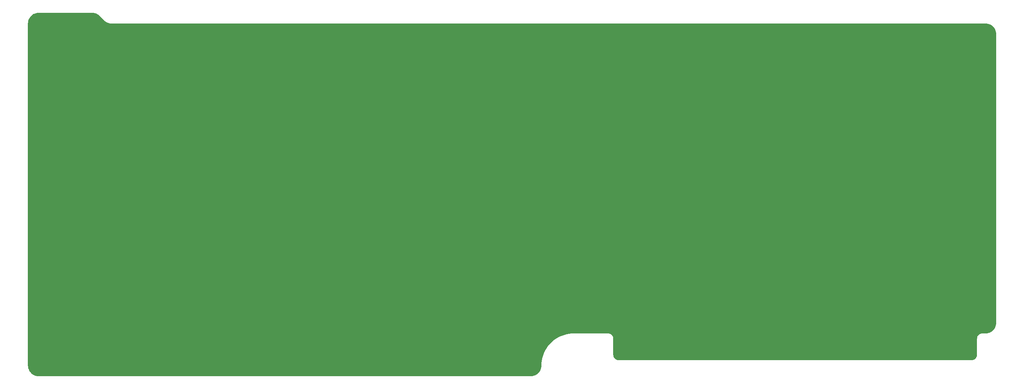
<source format=gbr>
%TF.GenerationSoftware,KiCad,Pcbnew,7.0.5*%
%TF.CreationDate,2024-11-17T15:27:36-05:00*%
%TF.ProjectId,93c76_revision_two,39336337-365f-4726-9576-6973696f6e5f,rev?*%
%TF.SameCoordinates,Original*%
%TF.FileFunction,Soldermask,Bot*%
%TF.FilePolarity,Negative*%
%FSLAX46Y46*%
G04 Gerber Fmt 4.6, Leading zero omitted, Abs format (unit mm)*
G04 Created by KiCad (PCBNEW 7.0.5) date 2024-11-17 15:27:36*
%MOMM*%
%LPD*%
G01*
G04 APERTURE LIST*
%ADD10R,1.700000X1.700000*%
%ADD11O,1.700000X1.700000*%
%ADD12C,1.600000*%
%ADD13C,1.400000*%
%ADD14O,1.400000X1.400000*%
%ADD15R,1.600000X1.600000*%
%ADD16O,1.600000X1.600000*%
%ADD17R,1.070000X1.800000*%
%ADD18O,1.070000X1.800000*%
%ADD19C,4.000000*%
%ADD20R,1.524000X2.524000*%
%ADD21O,1.524000X2.524000*%
G04 APERTURE END LIST*
D10*
%TO.C,JCol4*%
X177800000Y-30480000D03*
D11*
X177800000Y-33020000D03*
X177800000Y-35560000D03*
X177800000Y-38100000D03*
X177800000Y-40640000D03*
X177800000Y-43180000D03*
X177800000Y-45720000D03*
X177800000Y-48260000D03*
X177800000Y-50800000D03*
X177800000Y-53340000D03*
X177800000Y-55880000D03*
X177800000Y-58420000D03*
X177800000Y-60960000D03*
X177800000Y-63500000D03*
X177800000Y-66040000D03*
X177800000Y-68580000D03*
X177800000Y-71120000D03*
X177800000Y-73660000D03*
X177800000Y-76200000D03*
X177800000Y-78740000D03*
X177800000Y-81280000D03*
X177800000Y-83820000D03*
X177800000Y-86360000D03*
X177800000Y-88900000D03*
X177800000Y-91440000D03*
%TD*%
D10*
%TO.C,J6*%
X50800000Y-27940000D03*
D11*
X50800000Y-30480000D03*
X50800000Y-33020000D03*
X50800000Y-35560000D03*
X50800000Y-38100000D03*
X50800000Y-40640000D03*
%TD*%
D12*
%TO.C,C5*%
X43180000Y-55840000D03*
X43180000Y-53340000D03*
%TD*%
%TO.C,C2*%
X88900000Y-60960000D03*
X88900000Y-58460000D03*
%TD*%
D10*
%TO.C,JCol7*%
X185420000Y-30480000D03*
D11*
X185420000Y-33020000D03*
X185420000Y-35560000D03*
X185420000Y-38100000D03*
X185420000Y-40640000D03*
X185420000Y-43180000D03*
X185420000Y-45720000D03*
X185420000Y-48260000D03*
X185420000Y-50800000D03*
X185420000Y-53340000D03*
X185420000Y-55880000D03*
X185420000Y-58420000D03*
X185420000Y-60960000D03*
X185420000Y-63500000D03*
X185420000Y-66040000D03*
X185420000Y-68580000D03*
X185420000Y-71120000D03*
X185420000Y-73660000D03*
X185420000Y-76200000D03*
X185420000Y-78740000D03*
X185420000Y-81280000D03*
X185420000Y-83820000D03*
X185420000Y-86360000D03*
X185420000Y-88900000D03*
X185420000Y-91440000D03*
%TD*%
D10*
%TO.C,J17*%
X154940000Y-27940000D03*
D11*
X157480000Y-27940000D03*
X160020000Y-27940000D03*
X162560000Y-27940000D03*
X165100000Y-27940000D03*
X167640000Y-27940000D03*
X170180000Y-27940000D03*
X172720000Y-27940000D03*
X175260000Y-27940000D03*
X177800000Y-27940000D03*
X180340000Y-27940000D03*
X182880000Y-27940000D03*
X185420000Y-27940000D03*
X187960000Y-27940000D03*
X190500000Y-27940000D03*
%TD*%
D10*
%TO.C,J22*%
X137160000Y-43180000D03*
D11*
X137160000Y-45720000D03*
X137160000Y-48260000D03*
%TD*%
D10*
%TO.C,JCol6*%
X223520000Y-30480000D03*
D11*
X223520000Y-33020000D03*
X223520000Y-35560000D03*
X223520000Y-38100000D03*
X223520000Y-40640000D03*
X223520000Y-43180000D03*
X223520000Y-45720000D03*
X223520000Y-48260000D03*
X223520000Y-50800000D03*
X223520000Y-53340000D03*
X223520000Y-55880000D03*
X223520000Y-58420000D03*
X223520000Y-60960000D03*
X223520000Y-63500000D03*
X223520000Y-66040000D03*
X223520000Y-68580000D03*
X223520000Y-71120000D03*
X223520000Y-73660000D03*
X223520000Y-76200000D03*
X223520000Y-78740000D03*
X223520000Y-81280000D03*
X223520000Y-83820000D03*
X223520000Y-86360000D03*
X223520000Y-88900000D03*
X223520000Y-91440000D03*
%TD*%
D13*
%TO.C,r9*%
X66040000Y-33020000D03*
D14*
X66040000Y-40640000D03*
%TD*%
D15*
%TO.C,U4*%
X45720000Y-48260000D03*
D16*
X45720000Y-50800000D03*
X45720000Y-53340000D03*
X45720000Y-55880000D03*
X53340000Y-55880000D03*
X53340000Y-53340000D03*
X53340000Y-50800000D03*
X53340000Y-48260000D03*
%TD*%
D13*
%TO.C,r16*%
X68580000Y-33020000D03*
D14*
X68580000Y-40640000D03*
%TD*%
D17*
%TO.C,D6*%
X108543009Y-91440000D03*
D18*
X109813009Y-91440000D03*
X111083009Y-91440000D03*
X112353009Y-91440000D03*
%TD*%
D10*
%TO.C,J8*%
X88900000Y-99060000D03*
D11*
X91440000Y-99060000D03*
X93980000Y-99060000D03*
%TD*%
D13*
%TO.C,r3*%
X88900000Y-71120000D03*
D14*
X88900000Y-63500000D03*
%TD*%
D12*
%TO.C,C9*%
X83820000Y-35560000D03*
X83820000Y-33060000D03*
%TD*%
D15*
%TO.C,U18*%
X86360000Y-93980000D03*
D16*
X88900000Y-93980000D03*
X91440000Y-93980000D03*
X93980000Y-93980000D03*
X96520000Y-93980000D03*
X99060000Y-93980000D03*
X101600000Y-93980000D03*
X104140000Y-93980000D03*
X104140000Y-86360000D03*
X101600000Y-86360000D03*
X99060000Y-86360000D03*
X96520000Y-86360000D03*
X93980000Y-86360000D03*
X91440000Y-86360000D03*
X88900000Y-86360000D03*
X86360000Y-86360000D03*
%TD*%
D13*
%TO.C,SW2*%
X146050000Y-80010000D03*
D14*
X151130000Y-80010000D03*
%TD*%
D12*
%TO.C,C7*%
X68620000Y-30480000D03*
X71120000Y-30480000D03*
%TD*%
D10*
%TO.C,JCol8*%
X248920000Y-30480000D03*
D11*
X248920000Y-33020000D03*
X248920000Y-35560000D03*
X248920000Y-38100000D03*
X248920000Y-40640000D03*
X248920000Y-43180000D03*
X248920000Y-45720000D03*
X248920000Y-48260000D03*
X248920000Y-50800000D03*
X248920000Y-53340000D03*
X248920000Y-55880000D03*
X248920000Y-58420000D03*
X248920000Y-60960000D03*
X248920000Y-63500000D03*
X248920000Y-66040000D03*
X248920000Y-68580000D03*
X248920000Y-71120000D03*
X248920000Y-73660000D03*
X248920000Y-76200000D03*
X248920000Y-78740000D03*
X248920000Y-81280000D03*
X248920000Y-83820000D03*
X248920000Y-86360000D03*
X248920000Y-88900000D03*
X248920000Y-91440000D03*
%TD*%
D10*
%TO.C,JCol6*%
X243840000Y-30480000D03*
D11*
X243840000Y-33020000D03*
X243840000Y-35560000D03*
X243840000Y-38100000D03*
X243840000Y-40640000D03*
X243840000Y-43180000D03*
X243840000Y-45720000D03*
X243840000Y-48260000D03*
X243840000Y-50800000D03*
X243840000Y-53340000D03*
X243840000Y-55880000D03*
X243840000Y-58420000D03*
X243840000Y-60960000D03*
X243840000Y-63500000D03*
X243840000Y-66040000D03*
X243840000Y-68580000D03*
X243840000Y-71120000D03*
X243840000Y-73660000D03*
X243840000Y-76200000D03*
X243840000Y-78740000D03*
X243840000Y-81280000D03*
X243840000Y-83820000D03*
X243840000Y-86360000D03*
X243840000Y-88900000D03*
X243840000Y-91440000D03*
%TD*%
D13*
%TO.C,SW3*%
X146050000Y-74930000D03*
D14*
X151130000Y-74930000D03*
%TD*%
D10*
%TO.C,JCol5*%
X241300000Y-30480000D03*
D11*
X241300000Y-33020000D03*
X241300000Y-35560000D03*
X241300000Y-38100000D03*
X241300000Y-40640000D03*
X241300000Y-43180000D03*
X241300000Y-45720000D03*
X241300000Y-48260000D03*
X241300000Y-50800000D03*
X241300000Y-53340000D03*
X241300000Y-55880000D03*
X241300000Y-58420000D03*
X241300000Y-60960000D03*
X241300000Y-63500000D03*
X241300000Y-66040000D03*
X241300000Y-68580000D03*
X241300000Y-71120000D03*
X241300000Y-73660000D03*
X241300000Y-76200000D03*
X241300000Y-78740000D03*
X241300000Y-81280000D03*
X241300000Y-83820000D03*
X241300000Y-86360000D03*
X241300000Y-88900000D03*
X241300000Y-91440000D03*
%TD*%
D10*
%TO.C,JCol7*%
X165100000Y-30480000D03*
D11*
X165100000Y-33020000D03*
X165100000Y-35560000D03*
X165100000Y-38100000D03*
X165100000Y-40640000D03*
X165100000Y-43180000D03*
X165100000Y-45720000D03*
X165100000Y-48260000D03*
X165100000Y-50800000D03*
X165100000Y-53340000D03*
X165100000Y-55880000D03*
X165100000Y-58420000D03*
X165100000Y-60960000D03*
X165100000Y-63500000D03*
X165100000Y-66040000D03*
X165100000Y-68580000D03*
X165100000Y-71120000D03*
X165100000Y-73660000D03*
X165100000Y-76200000D03*
X165100000Y-78740000D03*
X165100000Y-81280000D03*
X165100000Y-83820000D03*
X165100000Y-86360000D03*
X165100000Y-88900000D03*
X165100000Y-91440000D03*
%TD*%
D10*
%TO.C,JCol10*%
X233680000Y-30480000D03*
D11*
X233680000Y-33020000D03*
X233680000Y-35560000D03*
X233680000Y-38100000D03*
X233680000Y-40640000D03*
X233680000Y-43180000D03*
X233680000Y-45720000D03*
X233680000Y-48260000D03*
X233680000Y-50800000D03*
X233680000Y-53340000D03*
X233680000Y-55880000D03*
X233680000Y-58420000D03*
X233680000Y-60960000D03*
X233680000Y-63500000D03*
X233680000Y-66040000D03*
X233680000Y-68580000D03*
X233680000Y-71120000D03*
X233680000Y-73660000D03*
X233680000Y-76200000D03*
X233680000Y-78740000D03*
X233680000Y-81280000D03*
X233680000Y-83820000D03*
X233680000Y-86360000D03*
X233680000Y-88900000D03*
X233680000Y-91440000D03*
%TD*%
D19*
%TO.C,J15*%
X35760331Y-53080000D03*
X35760331Y-78080000D03*
D15*
X36060331Y-71120000D03*
D12*
X36060331Y-68350000D03*
X36060331Y-65580000D03*
X36060331Y-62810000D03*
X36060331Y-60040000D03*
X33220331Y-69735000D03*
X33220331Y-66965000D03*
X33220331Y-64195000D03*
X33220331Y-61425000D03*
%TD*%
D10*
%TO.C,JCol1*%
X254000000Y-25400000D03*
D11*
X251460000Y-25400000D03*
X248920000Y-25400000D03*
X246380000Y-25400000D03*
X243840000Y-25400000D03*
X241300000Y-25400000D03*
X238760000Y-25400000D03*
X236220000Y-25400000D03*
X233680000Y-25400000D03*
X231140000Y-25400000D03*
X228600000Y-25400000D03*
X226060000Y-25400000D03*
X223520000Y-25400000D03*
X220980000Y-25400000D03*
X218440000Y-25400000D03*
X215900000Y-25400000D03*
X213360000Y-25400000D03*
X210820000Y-25400000D03*
X208280000Y-25400000D03*
X205740000Y-25400000D03*
X203200000Y-25400000D03*
X200660000Y-25400000D03*
X198120000Y-25400000D03*
X195580000Y-25400000D03*
X193040000Y-25400000D03*
%TD*%
D10*
%TO.C,JCol3*%
X236220000Y-30480000D03*
D11*
X236220000Y-33020000D03*
X236220000Y-35560000D03*
X236220000Y-38100000D03*
X236220000Y-40640000D03*
X236220000Y-43180000D03*
X236220000Y-45720000D03*
X236220000Y-48260000D03*
X236220000Y-50800000D03*
X236220000Y-53340000D03*
X236220000Y-55880000D03*
X236220000Y-58420000D03*
X236220000Y-60960000D03*
X236220000Y-63500000D03*
X236220000Y-66040000D03*
X236220000Y-68580000D03*
X236220000Y-71120000D03*
X236220000Y-73660000D03*
X236220000Y-76200000D03*
X236220000Y-78740000D03*
X236220000Y-81280000D03*
X236220000Y-83820000D03*
X236220000Y-86360000D03*
X236220000Y-88900000D03*
X236220000Y-91440000D03*
%TD*%
D15*
%TO.C,U5*%
X119380000Y-81280000D03*
D16*
X121920000Y-81280000D03*
X124460000Y-81280000D03*
X127000000Y-81280000D03*
X129540000Y-81280000D03*
X132080000Y-81280000D03*
X134620000Y-81280000D03*
X137160000Y-81280000D03*
X139700000Y-81280000D03*
X142240000Y-81280000D03*
X142240000Y-73660000D03*
X139700000Y-73660000D03*
X137160000Y-73660000D03*
X134620000Y-73660000D03*
X132080000Y-73660000D03*
X129540000Y-73660000D03*
X127000000Y-73660000D03*
X124460000Y-73660000D03*
X121920000Y-73660000D03*
X119380000Y-73660000D03*
%TD*%
D15*
%TO.C,U17*%
X139700000Y-30480000D03*
D16*
X139700000Y-33020000D03*
X139700000Y-35560000D03*
X139700000Y-38100000D03*
X139700000Y-40640000D03*
X139700000Y-43180000D03*
X139700000Y-45720000D03*
X139700000Y-48260000D03*
X147320000Y-48260000D03*
X147320000Y-45720000D03*
X147320000Y-43180000D03*
X147320000Y-40640000D03*
X147320000Y-38100000D03*
X147320000Y-35560000D03*
X147320000Y-33020000D03*
X147320000Y-30480000D03*
%TD*%
D10*
%TO.C,JCol4*%
X238760000Y-30480000D03*
D11*
X238760000Y-33020000D03*
X238760000Y-35560000D03*
X238760000Y-38100000D03*
X238760000Y-40640000D03*
X238760000Y-43180000D03*
X238760000Y-45720000D03*
X238760000Y-48260000D03*
X238760000Y-50800000D03*
X238760000Y-53340000D03*
X238760000Y-55880000D03*
X238760000Y-58420000D03*
X238760000Y-60960000D03*
X238760000Y-63500000D03*
X238760000Y-66040000D03*
X238760000Y-68580000D03*
X238760000Y-71120000D03*
X238760000Y-73660000D03*
X238760000Y-76200000D03*
X238760000Y-78740000D03*
X238760000Y-81280000D03*
X238760000Y-83820000D03*
X238760000Y-86360000D03*
X238760000Y-88900000D03*
X238760000Y-91440000D03*
%TD*%
D10*
%TO.C,J27*%
X134620000Y-43180000D03*
D11*
X134620000Y-45720000D03*
X134620000Y-48260000D03*
%TD*%
D10*
%TO.C,JCol4*%
X198120000Y-30480000D03*
D11*
X198120000Y-33020000D03*
X198120000Y-35560000D03*
X198120000Y-38100000D03*
X198120000Y-40640000D03*
X198120000Y-43180000D03*
X198120000Y-45720000D03*
X198120000Y-48260000D03*
X198120000Y-50800000D03*
X198120000Y-53340000D03*
X198120000Y-55880000D03*
X198120000Y-58420000D03*
X198120000Y-60960000D03*
X198120000Y-63500000D03*
X198120000Y-66040000D03*
X198120000Y-68580000D03*
X198120000Y-71120000D03*
X198120000Y-73660000D03*
X198120000Y-76200000D03*
X198120000Y-78740000D03*
X198120000Y-81280000D03*
X198120000Y-83820000D03*
X198120000Y-86360000D03*
X198120000Y-88900000D03*
X198120000Y-91440000D03*
%TD*%
D10*
%TO.C,J11*%
X106680000Y-83820000D03*
D11*
X104140000Y-83820000D03*
X101600000Y-83820000D03*
X99060000Y-83820000D03*
%TD*%
D12*
%TO.C,C10*%
X66040000Y-43220000D03*
X66040000Y-45720000D03*
%TD*%
D10*
%TO.C,JCol10*%
X193040000Y-30480000D03*
D11*
X193040000Y-33020000D03*
X193040000Y-35560000D03*
X193040000Y-38100000D03*
X193040000Y-40640000D03*
X193040000Y-43180000D03*
X193040000Y-45720000D03*
X193040000Y-48260000D03*
X193040000Y-50800000D03*
X193040000Y-53340000D03*
X193040000Y-55880000D03*
X193040000Y-58420000D03*
X193040000Y-60960000D03*
X193040000Y-63500000D03*
X193040000Y-66040000D03*
X193040000Y-68580000D03*
X193040000Y-71120000D03*
X193040000Y-73660000D03*
X193040000Y-76200000D03*
X193040000Y-78740000D03*
X193040000Y-81280000D03*
X193040000Y-83820000D03*
X193040000Y-86360000D03*
X193040000Y-88900000D03*
X193040000Y-91440000D03*
%TD*%
D13*
%TO.C,r17*%
X68580000Y-48260000D03*
D14*
X68580000Y-55880000D03*
%TD*%
D10*
%TO.C,JCol9*%
X170180000Y-30480000D03*
D11*
X170180000Y-33020000D03*
X170180000Y-35560000D03*
X170180000Y-38100000D03*
X170180000Y-40640000D03*
X170180000Y-43180000D03*
X170180000Y-45720000D03*
X170180000Y-48260000D03*
X170180000Y-50800000D03*
X170180000Y-53340000D03*
X170180000Y-55880000D03*
X170180000Y-58420000D03*
X170180000Y-60960000D03*
X170180000Y-63500000D03*
X170180000Y-66040000D03*
X170180000Y-68580000D03*
X170180000Y-71120000D03*
X170180000Y-73660000D03*
X170180000Y-76200000D03*
X170180000Y-78740000D03*
X170180000Y-81280000D03*
X170180000Y-83820000D03*
X170180000Y-86360000D03*
X170180000Y-88900000D03*
X170180000Y-91440000D03*
%TD*%
D10*
%TO.C,JCol9*%
X210820000Y-30480000D03*
D11*
X210820000Y-33020000D03*
X210820000Y-35560000D03*
X210820000Y-38100000D03*
X210820000Y-40640000D03*
X210820000Y-43180000D03*
X210820000Y-45720000D03*
X210820000Y-48260000D03*
X210820000Y-50800000D03*
X210820000Y-53340000D03*
X210820000Y-55880000D03*
X210820000Y-58420000D03*
X210820000Y-60960000D03*
X210820000Y-63500000D03*
X210820000Y-66040000D03*
X210820000Y-68580000D03*
X210820000Y-71120000D03*
X210820000Y-73660000D03*
X210820000Y-76200000D03*
X210820000Y-78740000D03*
X210820000Y-81280000D03*
X210820000Y-83820000D03*
X210820000Y-86360000D03*
X210820000Y-88900000D03*
X210820000Y-91440000D03*
%TD*%
D15*
%TO.C,U14*%
X132080000Y-68580000D03*
D16*
X132080000Y-66040000D03*
X132080000Y-63500000D03*
X132080000Y-60960000D03*
X132080000Y-58420000D03*
X132080000Y-55880000D03*
X132080000Y-53340000D03*
X124460000Y-53340000D03*
X124460000Y-55880000D03*
X124460000Y-58420000D03*
X124460000Y-60960000D03*
X124460000Y-63500000D03*
X124460000Y-66040000D03*
X124460000Y-68580000D03*
%TD*%
D20*
%TO.C,U23*%
X58420000Y-78740000D03*
D21*
X60960000Y-78740000D03*
X63500000Y-78740000D03*
X66040000Y-78740000D03*
X68580000Y-78740000D03*
X68580000Y-63500000D03*
X66040000Y-63500000D03*
X63500000Y-63500000D03*
X60960000Y-63500000D03*
X58420000Y-63500000D03*
%TD*%
D10*
%TO.C,JCol3*%
X154940000Y-30480000D03*
D11*
X154940000Y-33020000D03*
X154940000Y-35560000D03*
X154940000Y-38100000D03*
X154940000Y-40640000D03*
X154940000Y-43180000D03*
X154940000Y-45720000D03*
X154940000Y-48260000D03*
X154940000Y-50800000D03*
X154940000Y-53340000D03*
X154940000Y-55880000D03*
X154940000Y-58420000D03*
X154940000Y-60960000D03*
X154940000Y-63500000D03*
X154940000Y-66040000D03*
X154940000Y-68580000D03*
X154940000Y-71120000D03*
X154940000Y-73660000D03*
X154940000Y-76200000D03*
X154940000Y-78740000D03*
X154940000Y-81280000D03*
X154940000Y-83820000D03*
X154940000Y-86360000D03*
X154940000Y-88900000D03*
X154940000Y-91440000D03*
%TD*%
D10*
%TO.C,J21*%
X137160000Y-35560000D03*
D11*
X137160000Y-33020000D03*
X137160000Y-30480000D03*
%TD*%
D10*
%TO.C,JCol3*%
X195580000Y-30480000D03*
D11*
X195580000Y-33020000D03*
X195580000Y-35560000D03*
X195580000Y-38100000D03*
X195580000Y-40640000D03*
X195580000Y-43180000D03*
X195580000Y-45720000D03*
X195580000Y-48260000D03*
X195580000Y-50800000D03*
X195580000Y-53340000D03*
X195580000Y-55880000D03*
X195580000Y-58420000D03*
X195580000Y-60960000D03*
X195580000Y-63500000D03*
X195580000Y-66040000D03*
X195580000Y-68580000D03*
X195580000Y-71120000D03*
X195580000Y-73660000D03*
X195580000Y-76200000D03*
X195580000Y-78740000D03*
X195580000Y-81280000D03*
X195580000Y-83820000D03*
X195580000Y-86360000D03*
X195580000Y-88900000D03*
X195580000Y-91440000D03*
%TD*%
D10*
%TO.C,JCol6*%
X162560000Y-30480000D03*
D11*
X162560000Y-33020000D03*
X162560000Y-35560000D03*
X162560000Y-38100000D03*
X162560000Y-40640000D03*
X162560000Y-43180000D03*
X162560000Y-45720000D03*
X162560000Y-48260000D03*
X162560000Y-50800000D03*
X162560000Y-53340000D03*
X162560000Y-55880000D03*
X162560000Y-58420000D03*
X162560000Y-60960000D03*
X162560000Y-63500000D03*
X162560000Y-66040000D03*
X162560000Y-68580000D03*
X162560000Y-71120000D03*
X162560000Y-73660000D03*
X162560000Y-76200000D03*
X162560000Y-78740000D03*
X162560000Y-81280000D03*
X162560000Y-83820000D03*
X162560000Y-86360000D03*
X162560000Y-88900000D03*
X162560000Y-91440000D03*
%TD*%
D10*
%TO.C,J18*%
X110490000Y-83820000D03*
D11*
X110490000Y-81280000D03*
X110490000Y-78740000D03*
X110490000Y-76200000D03*
%TD*%
D13*
%TO.C,SW1*%
X146050000Y-85090000D03*
D14*
X151130000Y-85090000D03*
%TD*%
D10*
%TO.C,J29*%
X81280000Y-83820000D03*
D11*
X78740000Y-83820000D03*
X76200000Y-83820000D03*
X73660000Y-83820000D03*
X71120000Y-83820000D03*
X68580000Y-83820000D03*
X66040000Y-83820000D03*
X63500000Y-83820000D03*
%TD*%
D15*
%TO.C,U12*%
X139700000Y-53340000D03*
D16*
X139700000Y-55880000D03*
X139700000Y-58420000D03*
X139700000Y-60960000D03*
X139700000Y-63500000D03*
X139700000Y-66040000D03*
X139700000Y-68580000D03*
X147320000Y-68580000D03*
X147320000Y-66040000D03*
X147320000Y-63500000D03*
X147320000Y-60960000D03*
X147320000Y-58420000D03*
X147320000Y-55880000D03*
X147320000Y-53340000D03*
%TD*%
D10*
%TO.C,J23*%
X149860000Y-43180000D03*
D11*
X149860000Y-45720000D03*
X149860000Y-48260000D03*
%TD*%
D15*
%TO.C,U20*%
X93980000Y-50800000D03*
D16*
X93980000Y-53340000D03*
X93980000Y-55880000D03*
X93980000Y-58420000D03*
X93980000Y-60960000D03*
X93980000Y-63500000D03*
X93980000Y-66040000D03*
X93980000Y-68580000D03*
X93980000Y-71120000D03*
X93980000Y-73660000D03*
X101600000Y-73660000D03*
X101600000Y-71120000D03*
X101600000Y-68580000D03*
X101600000Y-66040000D03*
X101600000Y-63500000D03*
X101600000Y-60960000D03*
X101600000Y-58420000D03*
X101600000Y-55880000D03*
X101600000Y-53340000D03*
X101600000Y-50800000D03*
%TD*%
D10*
%TO.C,JCol7*%
X226060000Y-30480000D03*
D11*
X226060000Y-33020000D03*
X226060000Y-35560000D03*
X226060000Y-38100000D03*
X226060000Y-40640000D03*
X226060000Y-43180000D03*
X226060000Y-45720000D03*
X226060000Y-48260000D03*
X226060000Y-50800000D03*
X226060000Y-53340000D03*
X226060000Y-55880000D03*
X226060000Y-58420000D03*
X226060000Y-60960000D03*
X226060000Y-63500000D03*
X226060000Y-66040000D03*
X226060000Y-68580000D03*
X226060000Y-71120000D03*
X226060000Y-73660000D03*
X226060000Y-76200000D03*
X226060000Y-78740000D03*
X226060000Y-81280000D03*
X226060000Y-83820000D03*
X226060000Y-86360000D03*
X226060000Y-88900000D03*
X226060000Y-91440000D03*
%TD*%
D10*
%TO.C,J19*%
X113030000Y-83820000D03*
D11*
X113030000Y-81280000D03*
X113030000Y-78740000D03*
X113030000Y-76200000D03*
%TD*%
D10*
%TO.C,JCol5*%
X220980000Y-30480000D03*
D11*
X220980000Y-33020000D03*
X220980000Y-35560000D03*
X220980000Y-38100000D03*
X220980000Y-40640000D03*
X220980000Y-43180000D03*
X220980000Y-45720000D03*
X220980000Y-48260000D03*
X220980000Y-50800000D03*
X220980000Y-53340000D03*
X220980000Y-55880000D03*
X220980000Y-58420000D03*
X220980000Y-60960000D03*
X220980000Y-63500000D03*
X220980000Y-66040000D03*
X220980000Y-68580000D03*
X220980000Y-71120000D03*
X220980000Y-73660000D03*
X220980000Y-76200000D03*
X220980000Y-78740000D03*
X220980000Y-81280000D03*
X220980000Y-83820000D03*
X220980000Y-86360000D03*
X220980000Y-88900000D03*
X220980000Y-91440000D03*
%TD*%
D12*
%TO.C,C12*%
X71120000Y-43220000D03*
X71120000Y-45720000D03*
%TD*%
D15*
%TO.C,U21*%
X45720000Y-60960000D03*
D16*
X45720000Y-63500000D03*
X45720000Y-66040000D03*
X45720000Y-68580000D03*
X45720000Y-71120000D03*
X45720000Y-73660000D03*
X45720000Y-76200000D03*
X45720000Y-78740000D03*
X53340000Y-78740000D03*
X53340000Y-76200000D03*
X53340000Y-73660000D03*
X53340000Y-71120000D03*
X53340000Y-68580000D03*
X53340000Y-66040000D03*
X53340000Y-63500000D03*
X53340000Y-60960000D03*
%TD*%
D13*
%TO.C,r6*%
X58420000Y-55880000D03*
D14*
X58420000Y-48260000D03*
%TD*%
D12*
%TO.C,C11*%
X68580000Y-43180000D03*
X68580000Y-45680000D03*
%TD*%
D15*
%TO.C,U15*%
X109220000Y-50800000D03*
D16*
X109220000Y-53340000D03*
X109220000Y-55880000D03*
X109220000Y-58420000D03*
X109220000Y-60960000D03*
X109220000Y-63500000D03*
X109220000Y-66040000D03*
X109220000Y-68580000D03*
X116840000Y-68580000D03*
X116840000Y-66040000D03*
X116840000Y-63500000D03*
X116840000Y-60960000D03*
X116840000Y-58420000D03*
X116840000Y-55880000D03*
X116840000Y-53340000D03*
X116840000Y-50800000D03*
%TD*%
D12*
%TO.C,C14*%
X83820000Y-60960000D03*
X83820000Y-58460000D03*
%TD*%
D10*
%TO.C,J12*%
X96520000Y-81280000D03*
D11*
X93980000Y-81280000D03*
X91440000Y-81280000D03*
X88900000Y-81280000D03*
%TD*%
D15*
%TO.C,U16*%
X119380000Y-93980000D03*
D16*
X121920000Y-93980000D03*
X124460000Y-93980000D03*
X127000000Y-93980000D03*
X129540000Y-93980000D03*
X132080000Y-93980000D03*
X134620000Y-93980000D03*
X137160000Y-93980000D03*
X139700000Y-93980000D03*
X142240000Y-93980000D03*
X142240000Y-86360000D03*
X139700000Y-86360000D03*
X137160000Y-86360000D03*
X134620000Y-86360000D03*
X132080000Y-86360000D03*
X129540000Y-86360000D03*
X127000000Y-86360000D03*
X124460000Y-86360000D03*
X121920000Y-86360000D03*
X119380000Y-86360000D03*
%TD*%
D10*
%TO.C,JCol10*%
X213360000Y-30480000D03*
D11*
X213360000Y-33020000D03*
X213360000Y-35560000D03*
X213360000Y-38100000D03*
X213360000Y-40640000D03*
X213360000Y-43180000D03*
X213360000Y-45720000D03*
X213360000Y-48260000D03*
X213360000Y-50800000D03*
X213360000Y-53340000D03*
X213360000Y-55880000D03*
X213360000Y-58420000D03*
X213360000Y-60960000D03*
X213360000Y-63500000D03*
X213360000Y-66040000D03*
X213360000Y-68580000D03*
X213360000Y-71120000D03*
X213360000Y-73660000D03*
X213360000Y-76200000D03*
X213360000Y-78740000D03*
X213360000Y-81280000D03*
X213360000Y-83820000D03*
X213360000Y-86360000D03*
X213360000Y-88900000D03*
X213360000Y-91440000D03*
%TD*%
D10*
%TO.C,J13*%
X106680000Y-81280000D03*
D11*
X104140000Y-81280000D03*
X101600000Y-81280000D03*
X99060000Y-81280000D03*
%TD*%
D10*
%TO.C,JCol4*%
X218440000Y-30480000D03*
D11*
X218440000Y-33020000D03*
X218440000Y-35560000D03*
X218440000Y-38100000D03*
X218440000Y-40640000D03*
X218440000Y-43180000D03*
X218440000Y-45720000D03*
X218440000Y-48260000D03*
X218440000Y-50800000D03*
X218440000Y-53340000D03*
X218440000Y-55880000D03*
X218440000Y-58420000D03*
X218440000Y-60960000D03*
X218440000Y-63500000D03*
X218440000Y-66040000D03*
X218440000Y-68580000D03*
X218440000Y-71120000D03*
X218440000Y-73660000D03*
X218440000Y-76200000D03*
X218440000Y-78740000D03*
X218440000Y-81280000D03*
X218440000Y-83820000D03*
X218440000Y-86360000D03*
X218440000Y-88900000D03*
X218440000Y-91440000D03*
%TD*%
D13*
%TO.C,r7*%
X55880000Y-55880000D03*
D14*
X55880000Y-48260000D03*
%TD*%
D10*
%TO.C,JCol10*%
X172720000Y-30480000D03*
D11*
X172720000Y-33020000D03*
X172720000Y-35560000D03*
X172720000Y-38100000D03*
X172720000Y-40640000D03*
X172720000Y-43180000D03*
X172720000Y-45720000D03*
X172720000Y-48260000D03*
X172720000Y-50800000D03*
X172720000Y-53340000D03*
X172720000Y-55880000D03*
X172720000Y-58420000D03*
X172720000Y-60960000D03*
X172720000Y-63500000D03*
X172720000Y-66040000D03*
X172720000Y-68580000D03*
X172720000Y-71120000D03*
X172720000Y-73660000D03*
X172720000Y-76200000D03*
X172720000Y-78740000D03*
X172720000Y-81280000D03*
X172720000Y-83820000D03*
X172720000Y-86360000D03*
X172720000Y-88900000D03*
X172720000Y-91440000D03*
%TD*%
D10*
%TO.C,JCol9*%
X231140000Y-30480000D03*
D11*
X231140000Y-33020000D03*
X231140000Y-35560000D03*
X231140000Y-38100000D03*
X231140000Y-40640000D03*
X231140000Y-43180000D03*
X231140000Y-45720000D03*
X231140000Y-48260000D03*
X231140000Y-50800000D03*
X231140000Y-53340000D03*
X231140000Y-55880000D03*
X231140000Y-58420000D03*
X231140000Y-60960000D03*
X231140000Y-63500000D03*
X231140000Y-66040000D03*
X231140000Y-68580000D03*
X231140000Y-71120000D03*
X231140000Y-73660000D03*
X231140000Y-76200000D03*
X231140000Y-78740000D03*
X231140000Y-81280000D03*
X231140000Y-83820000D03*
X231140000Y-86360000D03*
X231140000Y-88900000D03*
X231140000Y-91440000D03*
%TD*%
D10*
%TO.C,JCol8*%
X167640000Y-30480000D03*
D11*
X167640000Y-33020000D03*
X167640000Y-35560000D03*
X167640000Y-38100000D03*
X167640000Y-40640000D03*
X167640000Y-43180000D03*
X167640000Y-45720000D03*
X167640000Y-48260000D03*
X167640000Y-50800000D03*
X167640000Y-53340000D03*
X167640000Y-55880000D03*
X167640000Y-58420000D03*
X167640000Y-60960000D03*
X167640000Y-63500000D03*
X167640000Y-66040000D03*
X167640000Y-68580000D03*
X167640000Y-71120000D03*
X167640000Y-73660000D03*
X167640000Y-76200000D03*
X167640000Y-78740000D03*
X167640000Y-81280000D03*
X167640000Y-83820000D03*
X167640000Y-86360000D03*
X167640000Y-88900000D03*
X167640000Y-91440000D03*
%TD*%
D12*
%TO.C,C13*%
X71120000Y-68620000D03*
X71120000Y-71120000D03*
%TD*%
%TO.C,C6*%
X43180000Y-50760000D03*
X43180000Y-48260000D03*
%TD*%
D10*
%TO.C,JCol10*%
X254000000Y-30480000D03*
D11*
X254000000Y-33020000D03*
X254000000Y-35560000D03*
X254000000Y-38100000D03*
X254000000Y-40640000D03*
X254000000Y-43180000D03*
X254000000Y-45720000D03*
X254000000Y-48260000D03*
X254000000Y-50800000D03*
X254000000Y-53340000D03*
X254000000Y-55880000D03*
X254000000Y-58420000D03*
X254000000Y-60960000D03*
X254000000Y-63500000D03*
X254000000Y-66040000D03*
X254000000Y-68580000D03*
X254000000Y-71120000D03*
X254000000Y-73660000D03*
X254000000Y-76200000D03*
X254000000Y-78740000D03*
X254000000Y-81280000D03*
X254000000Y-83820000D03*
X254000000Y-86360000D03*
X254000000Y-88900000D03*
X254000000Y-91440000D03*
%TD*%
D12*
%TO.C,C4*%
X86360000Y-60960000D03*
X86360000Y-58460000D03*
%TD*%
D15*
%TO.C,U11*%
X109220000Y-30480000D03*
D16*
X109220000Y-33020000D03*
X109220000Y-35560000D03*
X109220000Y-38100000D03*
X109220000Y-40640000D03*
X109220000Y-43180000D03*
X109220000Y-45720000D03*
X116840000Y-45720000D03*
X116840000Y-43180000D03*
X116840000Y-40640000D03*
X116840000Y-38100000D03*
X116840000Y-35560000D03*
X116840000Y-33020000D03*
X116840000Y-30480000D03*
%TD*%
D10*
%TO.C,J16*%
X154940000Y-25400000D03*
D11*
X157480000Y-25400000D03*
X160020000Y-25400000D03*
X162560000Y-25400000D03*
X165100000Y-25400000D03*
X167640000Y-25400000D03*
X170180000Y-25400000D03*
X172720000Y-25400000D03*
X175260000Y-25400000D03*
X177800000Y-25400000D03*
X180340000Y-25400000D03*
X182880000Y-25400000D03*
X185420000Y-25400000D03*
X187960000Y-25400000D03*
X190500000Y-25400000D03*
%TD*%
D12*
%TO.C,C1*%
X88900000Y-35520000D03*
X88900000Y-33020000D03*
%TD*%
D10*
%TO.C,JCol3*%
X175260000Y-30480000D03*
D11*
X175260000Y-33020000D03*
X175260000Y-35560000D03*
X175260000Y-38100000D03*
X175260000Y-40640000D03*
X175260000Y-43180000D03*
X175260000Y-45720000D03*
X175260000Y-48260000D03*
X175260000Y-50800000D03*
X175260000Y-53340000D03*
X175260000Y-55880000D03*
X175260000Y-58420000D03*
X175260000Y-60960000D03*
X175260000Y-63500000D03*
X175260000Y-66040000D03*
X175260000Y-68580000D03*
X175260000Y-71120000D03*
X175260000Y-73660000D03*
X175260000Y-76200000D03*
X175260000Y-78740000D03*
X175260000Y-81280000D03*
X175260000Y-83820000D03*
X175260000Y-86360000D03*
X175260000Y-88900000D03*
X175260000Y-91440000D03*
%TD*%
D15*
%TO.C,U22*%
X58420000Y-93980000D03*
D16*
X60960000Y-93980000D03*
X63500000Y-93980000D03*
X66040000Y-93980000D03*
X68580000Y-93980000D03*
X71120000Y-93980000D03*
X73660000Y-93980000D03*
X76200000Y-93980000D03*
X78740000Y-93980000D03*
X81280000Y-93980000D03*
X81280000Y-86360000D03*
X78740000Y-86360000D03*
X76200000Y-86360000D03*
X73660000Y-86360000D03*
X71120000Y-86360000D03*
X68580000Y-86360000D03*
X66040000Y-86360000D03*
X63500000Y-86360000D03*
X60960000Y-86360000D03*
X58420000Y-86360000D03*
%TD*%
D10*
%TO.C,JCol8*%
X208280000Y-30480000D03*
D11*
X208280000Y-33020000D03*
X208280000Y-35560000D03*
X208280000Y-38100000D03*
X208280000Y-40640000D03*
X208280000Y-43180000D03*
X208280000Y-45720000D03*
X208280000Y-48260000D03*
X208280000Y-50800000D03*
X208280000Y-53340000D03*
X208280000Y-55880000D03*
X208280000Y-58420000D03*
X208280000Y-60960000D03*
X208280000Y-63500000D03*
X208280000Y-66040000D03*
X208280000Y-68580000D03*
X208280000Y-71120000D03*
X208280000Y-73660000D03*
X208280000Y-76200000D03*
X208280000Y-78740000D03*
X208280000Y-81280000D03*
X208280000Y-83820000D03*
X208280000Y-86360000D03*
X208280000Y-88900000D03*
X208280000Y-91440000D03*
%TD*%
D13*
%TO.C,r5*%
X86360000Y-71120000D03*
D14*
X86360000Y-63500000D03*
%TD*%
D15*
%TO.C,U2*%
X73660000Y-30480000D03*
D16*
X73660000Y-33020000D03*
X73660000Y-35560000D03*
X73660000Y-38100000D03*
X73660000Y-40640000D03*
X73660000Y-43180000D03*
X73660000Y-45720000D03*
X73660000Y-48260000D03*
X81280000Y-48260000D03*
X81280000Y-45720000D03*
X81280000Y-43180000D03*
X81280000Y-40640000D03*
X81280000Y-38100000D03*
X81280000Y-35560000D03*
X81280000Y-33020000D03*
X81280000Y-30480000D03*
%TD*%
D13*
%TO.C,r15*%
X70972000Y-40640000D03*
D14*
X70972000Y-33020000D03*
%TD*%
D15*
%TO.C,U19*%
X93980000Y-30480000D03*
D16*
X93980000Y-33020000D03*
X93980000Y-35560000D03*
X93980000Y-38100000D03*
X93980000Y-40640000D03*
X93980000Y-43180000D03*
X93980000Y-45720000D03*
X101600000Y-45720000D03*
X101600000Y-43180000D03*
X101600000Y-40640000D03*
X101600000Y-38100000D03*
X101600000Y-35560000D03*
X101600000Y-33020000D03*
X101600000Y-30480000D03*
%TD*%
D10*
%TO.C,JCol6*%
X182880000Y-30480000D03*
D11*
X182880000Y-33020000D03*
X182880000Y-35560000D03*
X182880000Y-38100000D03*
X182880000Y-40640000D03*
X182880000Y-43180000D03*
X182880000Y-45720000D03*
X182880000Y-48260000D03*
X182880000Y-50800000D03*
X182880000Y-53340000D03*
X182880000Y-55880000D03*
X182880000Y-58420000D03*
X182880000Y-60960000D03*
X182880000Y-63500000D03*
X182880000Y-66040000D03*
X182880000Y-68580000D03*
X182880000Y-71120000D03*
X182880000Y-73660000D03*
X182880000Y-76200000D03*
X182880000Y-78740000D03*
X182880000Y-81280000D03*
X182880000Y-83820000D03*
X182880000Y-86360000D03*
X182880000Y-88900000D03*
X182880000Y-91440000D03*
%TD*%
D15*
%TO.C,PROG_INTER1*%
X30490000Y-22860000D03*
D16*
X30490000Y-25400000D03*
X30490000Y-27940000D03*
X30490000Y-30480000D03*
X38110000Y-30480000D03*
X38110000Y-27940000D03*
X38110000Y-25400000D03*
X38110000Y-22860000D03*
%TD*%
D15*
%TO.C,U3*%
X73660000Y-55880000D03*
D16*
X73660000Y-58420000D03*
X73660000Y-60960000D03*
X73660000Y-63500000D03*
X73660000Y-66040000D03*
X73660000Y-68580000D03*
X73660000Y-71120000D03*
X73660000Y-73660000D03*
X81280000Y-73660000D03*
X81280000Y-71120000D03*
X81280000Y-68580000D03*
X81280000Y-66040000D03*
X81280000Y-63500000D03*
X81280000Y-60960000D03*
X81280000Y-58420000D03*
X81280000Y-55880000D03*
%TD*%
D10*
%TO.C,JCol5*%
X180340000Y-30480000D03*
D11*
X180340000Y-33020000D03*
X180340000Y-35560000D03*
X180340000Y-38100000D03*
X180340000Y-40640000D03*
X180340000Y-43180000D03*
X180340000Y-45720000D03*
X180340000Y-48260000D03*
X180340000Y-50800000D03*
X180340000Y-53340000D03*
X180340000Y-55880000D03*
X180340000Y-58420000D03*
X180340000Y-60960000D03*
X180340000Y-63500000D03*
X180340000Y-66040000D03*
X180340000Y-68580000D03*
X180340000Y-71120000D03*
X180340000Y-73660000D03*
X180340000Y-76200000D03*
X180340000Y-78740000D03*
X180340000Y-81280000D03*
X180340000Y-83820000D03*
X180340000Y-86360000D03*
X180340000Y-88900000D03*
X180340000Y-91440000D03*
%TD*%
D10*
%TO.C,JCol9*%
X251460000Y-30480000D03*
D11*
X251460000Y-33020000D03*
X251460000Y-35560000D03*
X251460000Y-38100000D03*
X251460000Y-40640000D03*
X251460000Y-43180000D03*
X251460000Y-45720000D03*
X251460000Y-48260000D03*
X251460000Y-50800000D03*
X251460000Y-53340000D03*
X251460000Y-55880000D03*
X251460000Y-58420000D03*
X251460000Y-60960000D03*
X251460000Y-63500000D03*
X251460000Y-66040000D03*
X251460000Y-68580000D03*
X251460000Y-71120000D03*
X251460000Y-73660000D03*
X251460000Y-76200000D03*
X251460000Y-78740000D03*
X251460000Y-81280000D03*
X251460000Y-83820000D03*
X251460000Y-86360000D03*
X251460000Y-88900000D03*
X251460000Y-91440000D03*
%TD*%
D10*
%TO.C,JCol7*%
X246380000Y-30480000D03*
D11*
X246380000Y-33020000D03*
X246380000Y-35560000D03*
X246380000Y-38100000D03*
X246380000Y-40640000D03*
X246380000Y-43180000D03*
X246380000Y-45720000D03*
X246380000Y-48260000D03*
X246380000Y-50800000D03*
X246380000Y-53340000D03*
X246380000Y-55880000D03*
X246380000Y-58420000D03*
X246380000Y-60960000D03*
X246380000Y-63500000D03*
X246380000Y-66040000D03*
X246380000Y-68580000D03*
X246380000Y-71120000D03*
X246380000Y-73660000D03*
X246380000Y-76200000D03*
X246380000Y-78740000D03*
X246380000Y-81280000D03*
X246380000Y-83820000D03*
X246380000Y-86360000D03*
X246380000Y-88900000D03*
X246380000Y-91440000D03*
%TD*%
D10*
%TO.C,JCol5*%
X200660000Y-30480000D03*
D11*
X200660000Y-33020000D03*
X200660000Y-35560000D03*
X200660000Y-38100000D03*
X200660000Y-40640000D03*
X200660000Y-43180000D03*
X200660000Y-45720000D03*
X200660000Y-48260000D03*
X200660000Y-50800000D03*
X200660000Y-53340000D03*
X200660000Y-55880000D03*
X200660000Y-58420000D03*
X200660000Y-60960000D03*
X200660000Y-63500000D03*
X200660000Y-66040000D03*
X200660000Y-68580000D03*
X200660000Y-71120000D03*
X200660000Y-73660000D03*
X200660000Y-76200000D03*
X200660000Y-78740000D03*
X200660000Y-81280000D03*
X200660000Y-83820000D03*
X200660000Y-86360000D03*
X200660000Y-88900000D03*
X200660000Y-91440000D03*
%TD*%
D10*
%TO.C,JCol7*%
X205740000Y-30480000D03*
D11*
X205740000Y-33020000D03*
X205740000Y-35560000D03*
X205740000Y-38100000D03*
X205740000Y-40640000D03*
X205740000Y-43180000D03*
X205740000Y-45720000D03*
X205740000Y-48260000D03*
X205740000Y-50800000D03*
X205740000Y-53340000D03*
X205740000Y-55880000D03*
X205740000Y-58420000D03*
X205740000Y-60960000D03*
X205740000Y-63500000D03*
X205740000Y-66040000D03*
X205740000Y-68580000D03*
X205740000Y-71120000D03*
X205740000Y-73660000D03*
X205740000Y-76200000D03*
X205740000Y-78740000D03*
X205740000Y-81280000D03*
X205740000Y-83820000D03*
X205740000Y-86360000D03*
X205740000Y-88900000D03*
X205740000Y-91440000D03*
%TD*%
D13*
%TO.C,r10*%
X86360000Y-45720000D03*
D14*
X86360000Y-38100000D03*
%TD*%
D10*
%TO.C,J28*%
X134620000Y-35560000D03*
D11*
X134620000Y-33020000D03*
X134620000Y-30480000D03*
%TD*%
D10*
%TO.C,JCol8*%
X187960000Y-30480000D03*
D11*
X187960000Y-33020000D03*
X187960000Y-35560000D03*
X187960000Y-38100000D03*
X187960000Y-40640000D03*
X187960000Y-43180000D03*
X187960000Y-45720000D03*
X187960000Y-48260000D03*
X187960000Y-50800000D03*
X187960000Y-53340000D03*
X187960000Y-55880000D03*
X187960000Y-58420000D03*
X187960000Y-60960000D03*
X187960000Y-63500000D03*
X187960000Y-66040000D03*
X187960000Y-68580000D03*
X187960000Y-71120000D03*
X187960000Y-73660000D03*
X187960000Y-76200000D03*
X187960000Y-78740000D03*
X187960000Y-81280000D03*
X187960000Y-83820000D03*
X187960000Y-86360000D03*
X187960000Y-88900000D03*
X187960000Y-91440000D03*
%TD*%
D10*
%TO.C,JCol6*%
X203200000Y-30480000D03*
D11*
X203200000Y-33020000D03*
X203200000Y-35560000D03*
X203200000Y-38100000D03*
X203200000Y-40640000D03*
X203200000Y-43180000D03*
X203200000Y-45720000D03*
X203200000Y-48260000D03*
X203200000Y-50800000D03*
X203200000Y-53340000D03*
X203200000Y-55880000D03*
X203200000Y-58420000D03*
X203200000Y-60960000D03*
X203200000Y-63500000D03*
X203200000Y-66040000D03*
X203200000Y-68580000D03*
X203200000Y-71120000D03*
X203200000Y-73660000D03*
X203200000Y-76200000D03*
X203200000Y-78740000D03*
X203200000Y-81280000D03*
X203200000Y-83820000D03*
X203200000Y-86360000D03*
X203200000Y-88900000D03*
X203200000Y-91440000D03*
%TD*%
D10*
%TO.C,J1*%
X139700000Y-104140000D03*
D11*
X137160000Y-104140000D03*
X134620000Y-104140000D03*
X132080000Y-104140000D03*
X129540000Y-104140000D03*
X127000000Y-104140000D03*
X124460000Y-104140000D03*
X121920000Y-104140000D03*
X119380000Y-104140000D03*
X116840000Y-104140000D03*
X114300000Y-104140000D03*
X111760000Y-104140000D03*
X109220000Y-104140000D03*
X106680000Y-104140000D03*
X104140000Y-104140000D03*
X101600000Y-104140000D03*
X99060000Y-104140000D03*
X96520000Y-104140000D03*
X93980000Y-104140000D03*
X91440000Y-104140000D03*
X88900000Y-104140000D03*
X86360000Y-104140000D03*
X83820000Y-104140000D03*
X81280000Y-104140000D03*
X78740000Y-104140000D03*
X76200000Y-104140000D03*
X73660000Y-104140000D03*
X71120000Y-104140000D03*
X68580000Y-104140000D03*
X66040000Y-104140000D03*
X63500000Y-104140000D03*
X60960000Y-104140000D03*
X58420000Y-104140000D03*
X55880000Y-104140000D03*
X53340000Y-104140000D03*
X50800000Y-104140000D03*
X48260000Y-104140000D03*
X45720000Y-104140000D03*
X43180000Y-104140000D03*
X40640000Y-104140000D03*
%TD*%
D10*
%TO.C,J20*%
X115570000Y-83820000D03*
D11*
X115570000Y-81280000D03*
X115570000Y-78740000D03*
X115570000Y-76200000D03*
%TD*%
D15*
%TO.C,U13*%
X124460000Y-30480000D03*
D16*
X124460000Y-33020000D03*
X124460000Y-35560000D03*
X124460000Y-38100000D03*
X124460000Y-40640000D03*
X124460000Y-43180000D03*
X124460000Y-45720000D03*
X124460000Y-48260000D03*
X132080000Y-48260000D03*
X132080000Y-45720000D03*
X132080000Y-43180000D03*
X132080000Y-40640000D03*
X132080000Y-38100000D03*
X132080000Y-35560000D03*
X132080000Y-33020000D03*
X132080000Y-30480000D03*
%TD*%
D10*
%TO.C,JCol3*%
X215900000Y-30480000D03*
D11*
X215900000Y-33020000D03*
X215900000Y-35560000D03*
X215900000Y-38100000D03*
X215900000Y-40640000D03*
X215900000Y-43180000D03*
X215900000Y-45720000D03*
X215900000Y-48260000D03*
X215900000Y-50800000D03*
X215900000Y-53340000D03*
X215900000Y-55880000D03*
X215900000Y-58420000D03*
X215900000Y-60960000D03*
X215900000Y-63500000D03*
X215900000Y-66040000D03*
X215900000Y-68580000D03*
X215900000Y-71120000D03*
X215900000Y-73660000D03*
X215900000Y-76200000D03*
X215900000Y-78740000D03*
X215900000Y-81280000D03*
X215900000Y-83820000D03*
X215900000Y-86360000D03*
X215900000Y-88900000D03*
X215900000Y-91440000D03*
%TD*%
D10*
%TO.C,J25*%
X121920000Y-35560000D03*
D11*
X121920000Y-33020000D03*
X121920000Y-30480000D03*
%TD*%
D10*
%TO.C,J9*%
X88915000Y-96520000D03*
D11*
X91455000Y-96520000D03*
X93995000Y-96520000D03*
%TD*%
D10*
%TO.C,J4*%
X45720000Y-27940000D03*
D11*
X45720000Y-30480000D03*
X45720000Y-33020000D03*
X45720000Y-35560000D03*
X45720000Y-38100000D03*
X45720000Y-40640000D03*
%TD*%
D10*
%TO.C,J2*%
X121920000Y-101600000D03*
D11*
X124460000Y-101600000D03*
X127000000Y-101600000D03*
%TD*%
D10*
%TO.C,JCol8*%
X228600000Y-30480000D03*
D11*
X228600000Y-33020000D03*
X228600000Y-35560000D03*
X228600000Y-38100000D03*
X228600000Y-40640000D03*
X228600000Y-43180000D03*
X228600000Y-45720000D03*
X228600000Y-48260000D03*
X228600000Y-50800000D03*
X228600000Y-53340000D03*
X228600000Y-55880000D03*
X228600000Y-58420000D03*
X228600000Y-60960000D03*
X228600000Y-63500000D03*
X228600000Y-66040000D03*
X228600000Y-68580000D03*
X228600000Y-71120000D03*
X228600000Y-73660000D03*
X228600000Y-76200000D03*
X228600000Y-78740000D03*
X228600000Y-81280000D03*
X228600000Y-83820000D03*
X228600000Y-86360000D03*
X228600000Y-88900000D03*
X228600000Y-91440000D03*
%TD*%
D10*
%TO.C,JCol9*%
X190500000Y-30480000D03*
D11*
X190500000Y-33020000D03*
X190500000Y-35560000D03*
X190500000Y-38100000D03*
X190500000Y-40640000D03*
X190500000Y-43180000D03*
X190500000Y-45720000D03*
X190500000Y-48260000D03*
X190500000Y-50800000D03*
X190500000Y-53340000D03*
X190500000Y-55880000D03*
X190500000Y-58420000D03*
X190500000Y-60960000D03*
X190500000Y-63500000D03*
X190500000Y-66040000D03*
X190500000Y-68580000D03*
X190500000Y-71120000D03*
X190500000Y-73660000D03*
X190500000Y-76200000D03*
X190500000Y-78740000D03*
X190500000Y-81280000D03*
X190500000Y-83820000D03*
X190500000Y-86360000D03*
X190500000Y-88900000D03*
X190500000Y-91440000D03*
%TD*%
D12*
%TO.C,C3*%
X71120000Y-58460000D03*
X71120000Y-60960000D03*
%TD*%
D10*
%TO.C,J24*%
X149860000Y-35560000D03*
D11*
X149860000Y-33020000D03*
X149860000Y-30480000D03*
%TD*%
D10*
%TO.C,J5*%
X48260000Y-27940000D03*
D11*
X48260000Y-30480000D03*
X48260000Y-33020000D03*
X48260000Y-35560000D03*
X48260000Y-38100000D03*
X48260000Y-40640000D03*
%TD*%
D10*
%TO.C,J10*%
X96520000Y-83820000D03*
D11*
X93980000Y-83820000D03*
X91440000Y-83820000D03*
X88900000Y-83820000D03*
%TD*%
D10*
%TO.C,J7*%
X43180000Y-76200000D03*
D11*
X43180000Y-73660000D03*
X43180000Y-71120000D03*
%TD*%
D10*
%TO.C,JCol5*%
X160020000Y-30480000D03*
D11*
X160020000Y-33020000D03*
X160020000Y-35560000D03*
X160020000Y-38100000D03*
X160020000Y-40640000D03*
X160020000Y-43180000D03*
X160020000Y-45720000D03*
X160020000Y-48260000D03*
X160020000Y-50800000D03*
X160020000Y-53340000D03*
X160020000Y-55880000D03*
X160020000Y-58420000D03*
X160020000Y-60960000D03*
X160020000Y-63500000D03*
X160020000Y-66040000D03*
X160020000Y-68580000D03*
X160020000Y-71120000D03*
X160020000Y-73660000D03*
X160020000Y-76200000D03*
X160020000Y-78740000D03*
X160020000Y-81280000D03*
X160020000Y-83820000D03*
X160020000Y-86360000D03*
X160020000Y-88900000D03*
X160020000Y-91440000D03*
%TD*%
D10*
%TO.C,JCol4*%
X157480000Y-30480000D03*
D11*
X157480000Y-33020000D03*
X157480000Y-35560000D03*
X157480000Y-38100000D03*
X157480000Y-40640000D03*
X157480000Y-43180000D03*
X157480000Y-45720000D03*
X157480000Y-48260000D03*
X157480000Y-50800000D03*
X157480000Y-53340000D03*
X157480000Y-55880000D03*
X157480000Y-58420000D03*
X157480000Y-60960000D03*
X157480000Y-63500000D03*
X157480000Y-66040000D03*
X157480000Y-68580000D03*
X157480000Y-71120000D03*
X157480000Y-73660000D03*
X157480000Y-76200000D03*
X157480000Y-78740000D03*
X157480000Y-81280000D03*
X157480000Y-83820000D03*
X157480000Y-86360000D03*
X157480000Y-88900000D03*
X157480000Y-91440000D03*
%TD*%
D12*
%TO.C,C8*%
X86360000Y-35520000D03*
X86360000Y-33020000D03*
%TD*%
D13*
%TO.C,r4*%
X71120000Y-48260000D03*
D14*
X71120000Y-55880000D03*
%TD*%
D10*
%TO.C,J26*%
X121920000Y-43180000D03*
D11*
X121920000Y-45720000D03*
X121920000Y-48260000D03*
%TD*%
D12*
%TO.C,C15*%
X71120000Y-63540000D03*
X71120000Y-66040000D03*
%TD*%
D13*
%TO.C,r2*%
X88900000Y-45720000D03*
D14*
X88900000Y-38100000D03*
%TD*%
D10*
%TO.C,J14*%
X142240000Y-83820000D03*
D11*
X139700000Y-83820000D03*
X137160000Y-83820000D03*
X134620000Y-83820000D03*
X132080000Y-83820000D03*
X129540000Y-83820000D03*
X127000000Y-83820000D03*
X124460000Y-83820000D03*
%TD*%
D10*
%TO.C,JCol2*%
X254000000Y-27940000D03*
D11*
X251460000Y-27940000D03*
X248920000Y-27940000D03*
X246380000Y-27940000D03*
X243840000Y-27940000D03*
X241300000Y-27940000D03*
X238760000Y-27940000D03*
X236220000Y-27940000D03*
X233680000Y-27940000D03*
X231140000Y-27940000D03*
X228600000Y-27940000D03*
X226060000Y-27940000D03*
X223520000Y-27940000D03*
X220980000Y-27940000D03*
X218440000Y-27940000D03*
X215900000Y-27940000D03*
X213360000Y-27940000D03*
X210820000Y-27940000D03*
X208280000Y-27940000D03*
X205740000Y-27940000D03*
X203200000Y-27940000D03*
X200660000Y-27940000D03*
X198120000Y-27940000D03*
X195580000Y-27940000D03*
X193040000Y-27940000D03*
%TD*%
G36*
X43181993Y-20320133D02*
G01*
X43507440Y-20341475D01*
X43515487Y-20342535D01*
X43833380Y-20405763D01*
X43841222Y-20407864D01*
X44148140Y-20512046D01*
X44155641Y-20515153D01*
X44446333Y-20658504D01*
X44453364Y-20662563D01*
X44722858Y-20842632D01*
X44729299Y-20847574D01*
X44974516Y-21062624D01*
X44977478Y-21065398D01*
X46028118Y-22116039D01*
X46028122Y-22116043D01*
X46277922Y-22335099D01*
X46554182Y-22519693D01*
X46852173Y-22666648D01*
X47166781Y-22773446D01*
X47166793Y-22773449D01*
X47492655Y-22838268D01*
X47492654Y-22838268D01*
X47828207Y-22859999D01*
X47828211Y-22860000D01*
X255250077Y-22860000D01*
X255253812Y-22860113D01*
X255554366Y-22878249D01*
X255561816Y-22879153D01*
X255856117Y-22933092D01*
X255863393Y-22934885D01*
X256149064Y-23023909D01*
X256156071Y-23026566D01*
X256428929Y-23149374D01*
X256435565Y-23152857D01*
X256691624Y-23307654D01*
X256697791Y-23311911D01*
X256933331Y-23496450D01*
X256938940Y-23501419D01*
X257150515Y-23712999D01*
X257155485Y-23718608D01*
X257340014Y-23954146D01*
X257344271Y-23960313D01*
X257499066Y-24216379D01*
X257502548Y-24223015D01*
X257625352Y-24495876D01*
X257628009Y-24502883D01*
X257717024Y-24788546D01*
X257718818Y-24795822D01*
X257772752Y-25090140D01*
X257773656Y-25097579D01*
X257791836Y-25398133D01*
X257791949Y-25401877D01*
X257791949Y-93978120D01*
X257791835Y-93981872D01*
X257773618Y-94282418D01*
X257772716Y-94289847D01*
X257718788Y-94584170D01*
X257716995Y-94591446D01*
X257627985Y-94877119D01*
X257625328Y-94884126D01*
X257502535Y-95156979D01*
X257499053Y-95163615D01*
X257344264Y-95419678D01*
X257340007Y-95425845D01*
X257155478Y-95661386D01*
X257150509Y-95666996D01*
X256938930Y-95878577D01*
X256933321Y-95883547D01*
X256697789Y-96068076D01*
X256691622Y-96072333D01*
X256435559Y-96227128D01*
X256428923Y-96230611D01*
X256156070Y-96353411D01*
X256149063Y-96356068D01*
X255863389Y-96445085D01*
X255856113Y-96446879D01*
X255561806Y-96500809D01*
X255554367Y-96501712D01*
X255253817Y-96519887D01*
X255250074Y-96520000D01*
X254507996Y-96520000D01*
X254287472Y-96539293D01*
X254287461Y-96539295D01*
X254073641Y-96596587D01*
X254073632Y-96596591D01*
X253873002Y-96690146D01*
X253691655Y-96817128D01*
X253535128Y-96973655D01*
X253408146Y-97155002D01*
X253314591Y-97355632D01*
X253314587Y-97355641D01*
X253257295Y-97569461D01*
X253257293Y-97569472D01*
X253238000Y-97789996D01*
X253237999Y-97789999D01*
X253237999Y-101597294D01*
X253237763Y-101602700D01*
X253219651Y-101809724D01*
X253215898Y-101831011D01*
X253164217Y-102023887D01*
X253156824Y-102044198D01*
X253072437Y-102225165D01*
X253061630Y-102243883D01*
X252947095Y-102407456D01*
X252933201Y-102424014D01*
X252792014Y-102565201D01*
X252775456Y-102579095D01*
X252611883Y-102693630D01*
X252593165Y-102704437D01*
X252412198Y-102788824D01*
X252391887Y-102796217D01*
X252199011Y-102847898D01*
X252177725Y-102851651D01*
X251970700Y-102869764D01*
X251965294Y-102870000D01*
X168150706Y-102870000D01*
X168145300Y-102869764D01*
X167938274Y-102851651D01*
X167916988Y-102847898D01*
X167724112Y-102796217D01*
X167703801Y-102788824D01*
X167522834Y-102704437D01*
X167504116Y-102693630D01*
X167340543Y-102579095D01*
X167323985Y-102565201D01*
X167182798Y-102424014D01*
X167168904Y-102407456D01*
X167054369Y-102243883D01*
X167043562Y-102225165D01*
X166959175Y-102044198D01*
X166951782Y-102023887D01*
X166900101Y-101831011D01*
X166896348Y-101809724D01*
X166878236Y-101602700D01*
X166878000Y-101597294D01*
X166878000Y-97789998D01*
X166877999Y-97789996D01*
X166858706Y-97569472D01*
X166858704Y-97569461D01*
X166801412Y-97355641D01*
X166801408Y-97355632D01*
X166707853Y-97155002D01*
X166580871Y-96973655D01*
X166424344Y-96817128D01*
X166242997Y-96690146D01*
X166042367Y-96596591D01*
X166042358Y-96596587D01*
X165828538Y-96539295D01*
X165828527Y-96539293D01*
X165608003Y-96520000D01*
X157480016Y-96520000D01*
X156935520Y-96538186D01*
X156393766Y-96595225D01*
X156393748Y-96595228D01*
X155857435Y-96690830D01*
X155329328Y-96824504D01*
X155329317Y-96824507D01*
X154812106Y-96995572D01*
X154308426Y-97203158D01*
X153820880Y-97446190D01*
X153820855Y-97446204D01*
X153351951Y-97723431D01*
X153351945Y-97723434D01*
X152904000Y-98033485D01*
X152903984Y-98033497D01*
X152479353Y-98374745D01*
X152080185Y-98745464D01*
X151708522Y-99143752D01*
X151708509Y-99143767D01*
X151366256Y-99567589D01*
X151055149Y-100014791D01*
X150776784Y-100483086D01*
X150532597Y-100970055D01*
X150323816Y-101473249D01*
X150151527Y-101990054D01*
X150016606Y-102517827D01*
X150016600Y-102517851D01*
X149919729Y-103053932D01*
X149919726Y-103053956D01*
X149861404Y-103595573D01*
X149841975Y-104139229D01*
X149841901Y-104140766D01*
X149823618Y-104442417D01*
X149822716Y-104449847D01*
X149768788Y-104744170D01*
X149766995Y-104751446D01*
X149677985Y-105037119D01*
X149675328Y-105044126D01*
X149552535Y-105316979D01*
X149549053Y-105323615D01*
X149394264Y-105579678D01*
X149390007Y-105585845D01*
X149205478Y-105821386D01*
X149200509Y-105826996D01*
X148988930Y-106038577D01*
X148983321Y-106043547D01*
X148747789Y-106228076D01*
X148741622Y-106232333D01*
X148485559Y-106387128D01*
X148478923Y-106390611D01*
X148206070Y-106513411D01*
X148199063Y-106516068D01*
X147913389Y-106605085D01*
X147906113Y-106606879D01*
X147611806Y-106660809D01*
X147604367Y-106661712D01*
X147303817Y-106679886D01*
X147300073Y-106679999D01*
X30464183Y-106679999D01*
X30459705Y-106679837D01*
X30136101Y-106656413D01*
X30128095Y-106655306D01*
X29812025Y-106590390D01*
X29804231Y-106588252D01*
X29499296Y-106482824D01*
X29491846Y-106479691D01*
X29203180Y-106335525D01*
X29196200Y-106331451D01*
X28928724Y-106151005D01*
X28922333Y-106146059D01*
X28680566Y-105932385D01*
X28674871Y-105926649D01*
X28462924Y-105683374D01*
X28458024Y-105676947D01*
X28279477Y-105408187D01*
X28275453Y-105401178D01*
X28133345Y-105111499D01*
X28130265Y-105104027D01*
X28027006Y-104798350D01*
X28024924Y-104790541D01*
X27962257Y-104474024D01*
X27961207Y-104466011D01*
X27940068Y-104142015D01*
X27939936Y-104137977D01*
X27939936Y-22861876D01*
X27940049Y-22858132D01*
X27958226Y-22557587D01*
X27959130Y-22550147D01*
X28013070Y-22255828D01*
X28014863Y-22248553D01*
X28103882Y-21962891D01*
X28106539Y-21955885D01*
X28229343Y-21683031D01*
X28232825Y-21676396D01*
X28387622Y-21420336D01*
X28391879Y-21414169D01*
X28576413Y-21178630D01*
X28581382Y-21173021D01*
X28792954Y-20961449D01*
X28798563Y-20956480D01*
X29034102Y-20771946D01*
X29040269Y-20767689D01*
X29296335Y-20612891D01*
X29302970Y-20609408D01*
X29575820Y-20486607D01*
X29582826Y-20483950D01*
X29868488Y-20394931D01*
X29875764Y-20393138D01*
X30170082Y-20339199D01*
X30177521Y-20338296D01*
X30478071Y-20320113D01*
X30481816Y-20320000D01*
X43177935Y-20320000D01*
X43181993Y-20320133D01*
G37*
G36*
X253191589Y-97559685D02*
G01*
X253237344Y-97612489D01*
X253248078Y-97674807D01*
X253238000Y-97789996D01*
X253237999Y-97789999D01*
X253237999Y-101597294D01*
X253237763Y-101602700D01*
X253219651Y-101809724D01*
X253215898Y-101831011D01*
X253164217Y-102023887D01*
X253156824Y-102044198D01*
X253072437Y-102225165D01*
X253061630Y-102243883D01*
X252947095Y-102407456D01*
X252933201Y-102424014D01*
X252792014Y-102565201D01*
X252775456Y-102579095D01*
X252611883Y-102693630D01*
X252593165Y-102704437D01*
X252412198Y-102788824D01*
X252391887Y-102796217D01*
X252199011Y-102847898D01*
X252177725Y-102851651D01*
X251970700Y-102869764D01*
X251965294Y-102870000D01*
X168150706Y-102870000D01*
X168145300Y-102869764D01*
X167938274Y-102851651D01*
X167916988Y-102847898D01*
X167724112Y-102796217D01*
X167703801Y-102788824D01*
X167522834Y-102704437D01*
X167504116Y-102693630D01*
X167340543Y-102579095D01*
X167323985Y-102565201D01*
X167182798Y-102424014D01*
X167168904Y-102407456D01*
X167054369Y-102243883D01*
X167043562Y-102225165D01*
X166959175Y-102044198D01*
X166951782Y-102023887D01*
X166900101Y-101831011D01*
X166896348Y-101809724D01*
X166878236Y-101602700D01*
X166878000Y-101597294D01*
X166878000Y-97789998D01*
X166877999Y-97789996D01*
X166867922Y-97674807D01*
X166881689Y-97606307D01*
X166930304Y-97556124D01*
X166991450Y-97540000D01*
X253124550Y-97540000D01*
X253191589Y-97559685D01*
G37*
M02*

</source>
